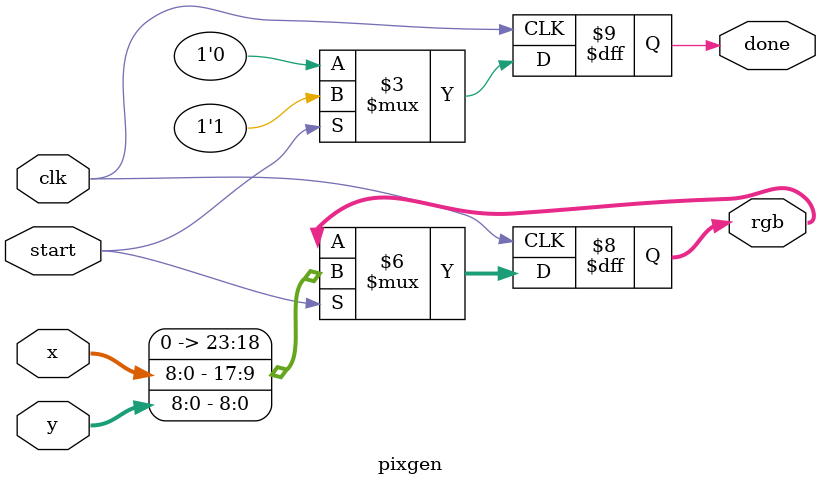
<source format=sv>
module pixgen #(
    parameter integer X_DEPTH   = 9,
    parameter integer Y_DEPTH   = 9,
    parameter integer RGB_DEPTH = 24
) (
    input clk,
    input start,
    input [X_DEPTH-1:0] x,
    input [Y_DEPTH-1:0] y,
    output reg [RGB_DEPTH-1:0] rgb,
    output reg done
);

// given x and y inputs, create an rgb output

always @(posedge clk) begin
  if (start) begin
    done <= 1;
    rgb <= { x[8:0], y[8:0] };
  end
  else done <= 0;
end

endmodule

</source>
